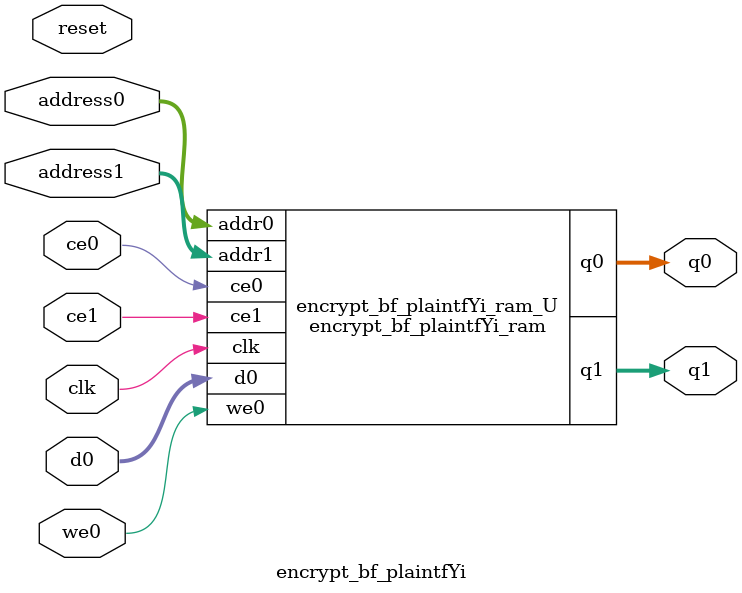
<source format=v>
`timescale 1 ns / 1 ps
module encrypt_bf_plaintfYi_ram (addr0, ce0, d0, we0, q0, addr1, ce1, q1,  clk);

parameter DWIDTH = 8;
parameter AWIDTH = 3;
parameter MEM_SIZE = 8;

input[AWIDTH-1:0] addr0;
input ce0;
input[DWIDTH-1:0] d0;
input we0;
output reg[DWIDTH-1:0] q0;
input[AWIDTH-1:0] addr1;
input ce1;
output reg[DWIDTH-1:0] q1;
input clk;

(* ram_style = "distributed" *)reg [DWIDTH-1:0] ram[0:MEM_SIZE-1];




always @(posedge clk)  
begin 
    if (ce0) begin
        if (we0) 
            ram[addr0] <= d0; 
        q0 <= ram[addr0];
    end
end


always @(posedge clk)  
begin 
    if (ce1) begin
        q1 <= ram[addr1];
    end
end


endmodule

`timescale 1 ns / 1 ps
module encrypt_bf_plaintfYi(
    reset,
    clk,
    address0,
    ce0,
    we0,
    d0,
    q0,
    address1,
    ce1,
    q1);

parameter DataWidth = 32'd8;
parameter AddressRange = 32'd8;
parameter AddressWidth = 32'd3;
input reset;
input clk;
input[AddressWidth - 1:0] address0;
input ce0;
input we0;
input[DataWidth - 1:0] d0;
output[DataWidth - 1:0] q0;
input[AddressWidth - 1:0] address1;
input ce1;
output[DataWidth - 1:0] q1;



encrypt_bf_plaintfYi_ram encrypt_bf_plaintfYi_ram_U(
    .clk( clk ),
    .addr0( address0 ),
    .ce0( ce0 ),
    .we0( we0 ),
    .d0( d0 ),
    .q0( q0 ),
    .addr1( address1 ),
    .ce1( ce1 ),
    .q1( q1 ));

endmodule


</source>
